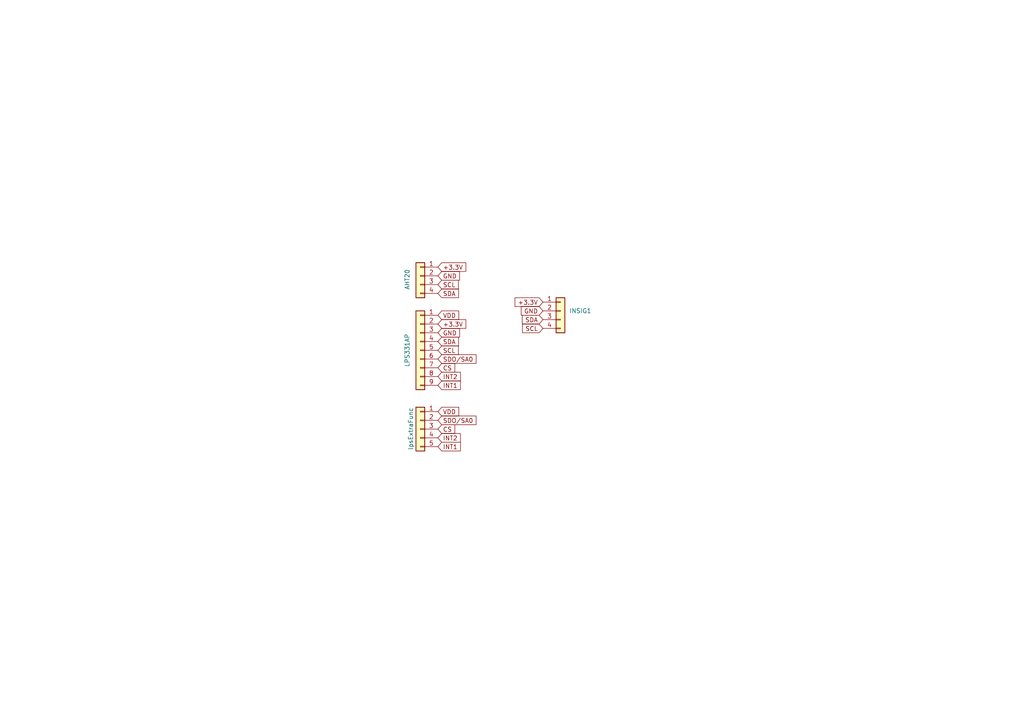
<source format=kicad_sch>
(kicad_sch (version 20231120) (generator "eeschema") (generator_version "8.0")
  (paper "A4")
  (lib_symbols
    (symbol "Connector_Generic:Conn_01x04" (pin_names (offset 1.016) hide)
      (property "Reference" "J" (at 0 5.08 0))
      (property "Value" "Conn_01x04" (at 0 -7.62 0))
      (symbol "Conn_01x04_1_1"
        (rectangle (start -1.27 -4.953) (end 0 -5.207) (stroke (width 0.1524)))
        (rectangle (start -1.27 -2.413) (end 0 -2.667) (stroke (width 0.1524)))
        (rectangle (start -1.27 0.127) (end 0 -0.127) (stroke (width 0.1524)))
        (rectangle (start -1.27 2.667) (end 0 2.413) (stroke (width 0.1524)))
        (rectangle (start -1.27 3.81) (end 1.27 -6.35) (stroke (width 0.254)) (fill (type background)))
        (pin passive line (at -5.08 2.54 0) (length 3.81) (name "Pin_1") (number "1"))
        (pin passive line (at -5.08 0 0) (length 3.81) (name "Pin_2") (number "2"))
        (pin passive line (at -5.08 -2.54 0) (length 3.81) (name "Pin_3") (number "3"))
        (pin passive line (at -5.08 -5.08 0) (length 3.81) (name "Pin_4") (number "4"))
      )
    )
    (symbol "Connector_Generic:Conn_01x05" (pin_names (offset 1.016) hide)
      (property "Reference" "J" (at 0 7.62 0))
      (property "Value" "Conn_01x05" (at 0 -7.62 0))
      (symbol "Conn_01x05_1_1"
        (rectangle (start -1.27 -4.953) (end 0 -5.207) (stroke (width 0.1524)))
        (rectangle (start -1.27 -2.413) (end 0 -2.667) (stroke (width 0.1524)))
        (rectangle (start -1.27 0.127) (end 0 -0.127) (stroke (width 0.1524)))
        (rectangle (start -1.27 2.667) (end 0 2.413) (stroke (width 0.1524)))
        (rectangle (start -1.27 5.207) (end 0 4.953) (stroke (width 0.1524)))
        (rectangle (start -1.27 6.35) (end 1.27 -6.35) (stroke (width 0.254)) (fill (type background)))
        (pin passive line (at -5.08 5.08 0) (length 3.81) (name "Pin_1") (number "1"))
        (pin passive line (at -5.08 2.54 0) (length 3.81) (name "Pin_2") (number "2"))
        (pin passive line (at -5.08 0 0) (length 3.81) (name "Pin_3") (number "3"))
        (pin passive line (at -5.08 -2.54 0) (length 3.81) (name "Pin_4") (number "4"))
        (pin passive line (at -5.08 -5.08 0) (length 3.81) (name "Pin_5") (number "5"))
      )
    )
    (symbol "Connector_Generic:Conn_01x09" (pin_names (offset 1.016) hide)
      (property "Reference" "J" (at 0 12.7 0))
      (property "Value" "Conn_01x09" (at 0 -12.7 0))
      (symbol "Conn_01x09_1_1"
        (rectangle (start -1.27 -10.033) (end 0 -10.287) (stroke (width 0.1524)))
        (rectangle (start -1.27 -7.493) (end 0 -7.747) (stroke (width 0.1524)))
        (rectangle (start -1.27 -4.953) (end 0 -5.207) (stroke (width 0.1524)))
        (rectangle (start -1.27 -2.413) (end 0 -2.667) (stroke (width 0.1524)))
        (rectangle (start -1.27 0.127) (end 0 -0.127) (stroke (width 0.1524)))
        (rectangle (start -1.27 2.667) (end 0 2.413) (stroke (width 0.1524)))
        (rectangle (start -1.27 5.207) (end 0 4.953) (stroke (width 0.1524)))
        (rectangle (start -1.27 7.747) (end 0 7.493) (stroke (width 0.1524)))
        (rectangle (start -1.27 10.287) (end 0 10.033) (stroke (width 0.1524)))
        (rectangle (start -1.27 11.43) (end 1.27 -11.43) (stroke (width 0.254)) (fill (type background)))
        (pin passive line (at -5.08 10.16 0) (length 3.81) (name "Pin_1") (number "1"))
        (pin passive line (at -5.08 7.62 0) (length 3.81) (name "Pin_2") (number "2"))
        (pin passive line (at -5.08 5.08 0) (length 3.81) (name "Pin_3") (number "3"))
        (pin passive line (at -5.08 2.54 0) (length 3.81) (name "Pin_4") (number "4"))
        (pin passive line (at -5.08 0 0) (length 3.81) (name "Pin_5") (number "5"))
        (pin passive line (at -5.08 -2.54 0) (length 3.81) (name "Pin_6") (number "6"))
        (pin passive line (at -5.08 -5.08 0) (length 3.81) (name "Pin_7") (number "7"))
        (pin passive line (at -5.08 -7.62 0) (length 3.81) (name "Pin_8") (number "8"))
        (pin passive line (at -5.08 -10.16 0) (length 3.81) (name "Pin_9") (number "9"))
      )
    )
  )
  (global_label "SDO{slash}SA0" (shape input) (at 127 104.14 0) (property "Intersheetrefs" "${INTERSHEET_REFS}" (effects (hide yes))))
  (global_label "INT1" (shape input) (at 127 111.76 0) (property "Intersheetrefs" "${INTERSHEET_REFS}" (effects (hide yes))))
  (global_label "SCL" (shape input) (at 157.48 95.25 180) (property "Intersheetrefs" "${INTERSHEET_REFS}" (effects (hide yes))))
  (global_label "VDD" (shape input) (at 127 91.44 0) (property "Intersheetrefs" "${INTERSHEET_REFS}" (effects (hide yes))))
  (global_label "VDD" (shape input) (at 127 119.38 0) (property "Intersheetrefs" "${INTERSHEET_REFS}" (effects (hide yes))))
  (global_label "SCL" (shape input) (at 127 82.55 0) (property "Intersheetrefs" "${INTERSHEET_REFS}" (effects (hide yes))))
  (global_label "SDA" (shape input) (at 127 85.09 0) (property "Intersheetrefs" "${INTERSHEET_REFS}" (effects (hide yes))))
  (global_label "SDO{slash}SA0" (shape input) (at 127 121.92 0) (property "Intersheetrefs" "${INTERSHEET_REFS}" (effects (hide yes))))
  (global_label "INT1" (shape input) (at 127 129.54 0) (property "Intersheetrefs" "${INTERSHEET_REFS}" (effects (hide yes))))
  (global_label "CS" (shape input) (at 127 106.68 0) (property "Intersheetrefs" "${INTERSHEET_REFS}" (effects (hide yes))))
  (global_label "INT2" (shape input) (at 127 127 0) (property "Intersheetrefs" "${INTERSHEET_REFS}" (effects (hide yes))))
  (global_label "SCL" (shape input) (at 127 101.6 0) (property "Intersheetrefs" "${INTERSHEET_REFS}" (effects (hide yes))))
  (global_label "+3.3V" (shape input) (at 127 77.47 0) (property "Intersheetrefs" "${INTERSHEET_REFS}" (effects (hide yes))))
  (global_label "GND" (shape input) (at 127 80.01 0) (property "Intersheetrefs" "${INTERSHEET_REFS}" (effects (hide yes))))
  (global_label "SDA" (shape input) (at 127 99.06 0) (property "Intersheetrefs" "${INTERSHEET_REFS}" (effects (hide yes))))
  (global_label "GND" (shape input) (at 157.48 90.17 180) (property "Intersheetrefs" "${INTERSHEET_REFS}" (effects (hide yes))))
  (global_label "SDA" (shape input) (at 157.48 92.71 180) (property "Intersheetrefs" "${INTERSHEET_REFS}" (effects (hide yes))))
  (global_label "GND" (shape input) (at 127 96.52 0) (property "Intersheetrefs" "${INTERSHEET_REFS}" (effects (hide yes))))
  (global_label "+3.3V" (shape input) (at 157.48 87.63 180) (property "Intersheetrefs" "${INTERSHEET_REFS}" (effects (hide yes))))
  (global_label "CS" (shape input) (at 127 124.46 0) (property "Intersheetrefs" "${INTERSHEET_REFS}" (effects (hide yes))))
  (global_label "+3.3V" (shape input) (at 127 93.98 0) (property "Intersheetrefs" "${INTERSHEET_REFS}" (effects (hide yes))))
  (global_label "INT2" (shape input) (at 127 109.22 0) (property "Intersheetrefs" "${INTERSHEET_REFS}" (effects (hide yes))))
  (symbol (lib_id "Connector_Generic:Conn_01x05") (at 121.92 124.46 0) (mirror y) (unit 1)
    (property "Reference" "lpsExtraFunc1" (effects (hide yes)))
    (property "Value" "lpsExtraFunc" (at 119.126 130.556 90) (effects (justify left)))
    (property "Footprint" "Connector_PinHeader_2.54mm:PinHeader_1x05_P2.54mm_Vertical" (effects (hide yes)))
    (property "Description" "Generic connector, single row, 01x05, script generated (kicad-library-utils/schlib/autogen/connector/)" (effects (hide yes)))
  )
  (symbol (lib_id "Connector_Generic:Conn_01x04") (at 121.92 80.01 0) (mirror y) (unit 1)
    (property "Reference" "AHT20" (effects (hide yes)))
    (property "Value" "AHT20" (at 118.11 84.074 90) (effects (justify left)))
    (property "Footprint" "Connector_PinHeader_2.54mm:PinHeader_1x04_P2.54mm_Vertical" (effects (hide yes)))
    (property "Description" "Generic connector, single row, 01x04, script generated (kicad-library-utils/schlib/autogen/connector/)" (effects (hide yes)))
  )
  (symbol (lib_id "Connector_Generic:Conn_01x04") (at 162.56 90.17 0) (unit 1)
    (property "Reference" "INSIG1" (at 165.1 90.1699 0) (effects (justify left)))
    (property "Value" "INSIG" (effects (hide yes)))
    (property "Footprint" "Connector_PinHeader_2.54mm:PinHeader_1x04_P2.54mm_Vertical" (effects (hide yes)))
    (property "Description" "Generic connector, single row, 01x04, script generated (kicad-library-utils/schlib/autogen/connector/)" (effects (hide yes)))
  )
  (symbol (lib_id "Connector_Generic:Conn_01x09") (at 121.92 101.6 0) (mirror y) (unit 1)
    (property "Reference" "LPS331AP1" (effects (hide yes)))
    (property "Value" "LPS331AP" (at 118.11 101.6 90))
    (property "Footprint" "Connector_PinHeader_2.54mm:PinHeader_1x09_P2.54mm_Vertical" (effects (hide yes)))
    (property "Description" "Generic connector, single row, 01x09, script generated (kicad-library-utils/schlib/autogen/connector/)" (effects (hide yes)))
  )
)
</source>
